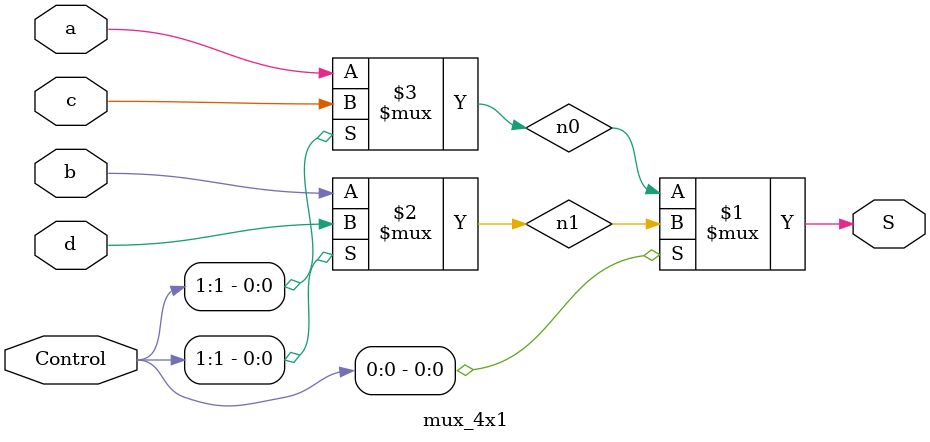
<source format=v>
module mux_4x1(a,b,c,d, Control, S); //declaraçao das variáveis
  input a,b,c,d; //entradas do circuito
  input [1:0] Control;
  output S; //saida do circuito
  wire n0,n1;
  
    assign S = (Control[0]) ? n1 : n0;
    assign n1 = (Control[1]) ? d : b;
    assign n0 = (Control[1]) ? c : a;
  
  
endmodule


</source>
